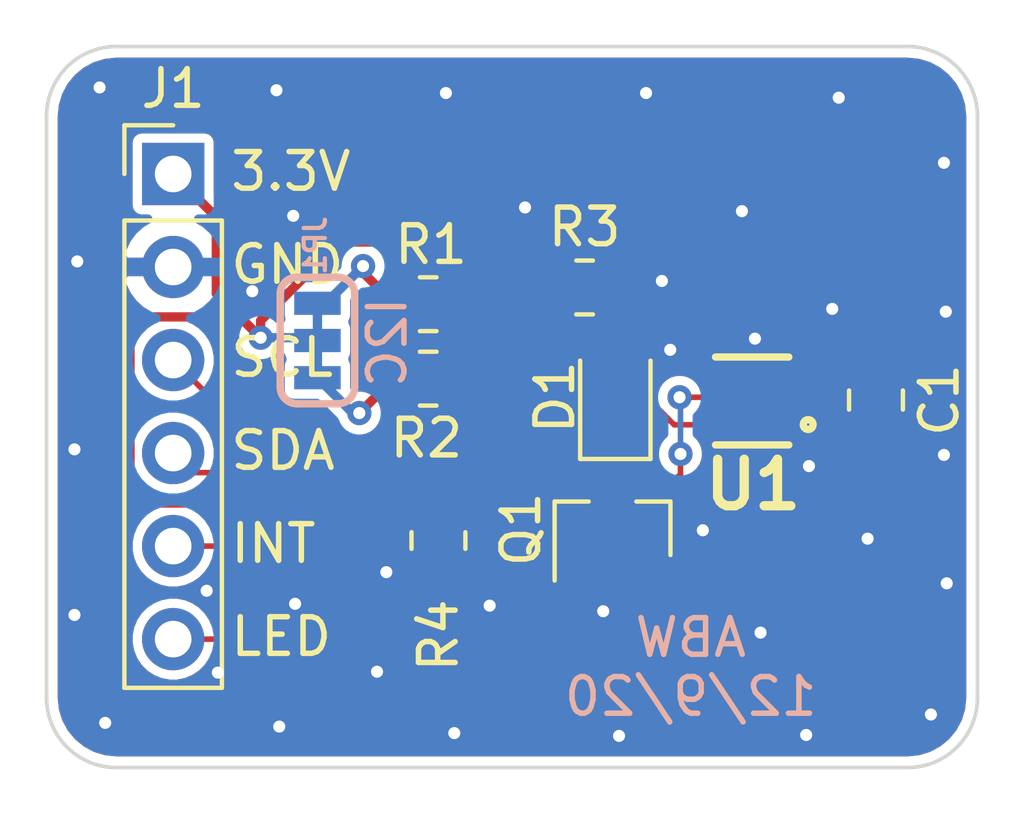
<source format=kicad_pcb>
(kicad_pcb (version 20171130) (host pcbnew "(5.1.8)-1")

  (general
    (thickness 1.6)
    (drawings 16)
    (tracks 116)
    (zones 0)
    (modules 10)
    (nets 12)
  )

  (page A4)
  (layers
    (0 F.Cu signal)
    (31 B.Cu signal)
    (32 B.Adhes user)
    (33 F.Adhes user)
    (34 B.Paste user)
    (35 F.Paste user)
    (36 B.SilkS user)
    (37 F.SilkS user)
    (38 B.Mask user)
    (39 F.Mask user)
    (40 Dwgs.User user)
    (41 Cmts.User user)
    (42 Eco1.User user)
    (43 Eco2.User user)
    (44 Edge.Cuts user)
    (45 Margin user)
    (46 B.CrtYd user)
    (47 F.CrtYd user)
    (48 B.Fab user hide)
    (49 F.Fab user hide)
  )

  (setup
    (last_trace_width 0.508)
    (user_trace_width 0.1524)
    (user_trace_width 0.1778)
    (user_trace_width 0.254)
    (user_trace_width 0.3048)
    (user_trace_width 0.381)
    (user_trace_width 0.508)
    (user_trace_width 0.635)
    (user_trace_width 0.889)
    (user_trace_width 1.016)
    (user_trace_width 1.27)
    (user_trace_width 1.905)
    (user_trace_width 2.54)
    (trace_clearance 0.2)
    (zone_clearance 0.254)
    (zone_45_only no)
    (trace_min 0.1)
    (via_size 0.8)
    (via_drill 0.4)
    (via_min_size 0.4)
    (via_min_drill 0.3)
    (user_via 0.6096 0.3048)
    (user_via 0.6604 0.3302)
    (user_via 0.889 0.381)
    (user_via 1.397 0.635)
    (uvia_size 0.3)
    (uvia_drill 0.1)
    (uvias_allowed no)
    (uvia_min_size 0.2)
    (uvia_min_drill 0.1)
    (edge_width 0.05)
    (segment_width 0.2)
    (pcb_text_width 0.3)
    (pcb_text_size 1.5 1.5)
    (mod_edge_width 0.12)
    (mod_text_size 1 1)
    (mod_text_width 0.15)
    (pad_size 1.524 1.524)
    (pad_drill 0.762)
    (pad_to_mask_clearance 0.051)
    (solder_mask_min_width 0.25)
    (aux_axis_origin 0 0)
    (visible_elements FFFFFF7F)
    (pcbplotparams
      (layerselection 0x010fc_ffffffff)
      (usegerberextensions false)
      (usegerberattributes true)
      (usegerberadvancedattributes true)
      (creategerberjobfile true)
      (excludeedgelayer true)
      (linewidth 0.100000)
      (plotframeref false)
      (viasonmask false)
      (mode 1)
      (useauxorigin false)
      (hpglpennumber 1)
      (hpglpenspeed 20)
      (hpglpendiameter 15.000000)
      (psnegative false)
      (psa4output false)
      (plotreference true)
      (plotvalue true)
      (plotinvisibletext false)
      (padsonsilk false)
      (subtractmaskfromsilk false)
      (outputformat 1)
      (mirror false)
      (drillshape 1)
      (scaleselection 1)
      (outputdirectory ""))
  )

  (net 0 "")
  (net 1 GND)
  (net 2 +3V3)
  (net 3 "Net-(D1-Pad1)")
  (net 4 /LED_EN)
  (net 5 /INT)
  (net 6 /SDA)
  (net 7 /SCL)
  (net 8 "Net-(JP1-Pad3)")
  (net 9 "Net-(JP1-Pad1)")
  (net 10 "Net-(U1-Pad4)")
  (net 11 "Net-(D1-Pad2)")

  (net_class Default "This is the default net class."
    (clearance 0.2)
    (trace_width 0.25)
    (via_dia 0.8)
    (via_drill 0.4)
    (uvia_dia 0.3)
    (uvia_drill 0.1)
    (add_net +3V3)
    (add_net /INT)
    (add_net /LED_EN)
    (add_net /SCL)
    (add_net /SDA)
    (add_net GND)
    (add_net "Net-(D1-Pad1)")
    (add_net "Net-(D1-Pad2)")
    (add_net "Net-(JP1-Pad1)")
    (add_net "Net-(JP1-Pad3)")
    (add_net "Net-(U1-Pad4)")
  )

  (module SamacSys_Parts:FN_1 (layer F.Cu) (tedit 0) (tstamp 5FD0E367)
    (at 120.8532 91.5924 180)
    (descr FN_1)
    (tags "Undefined or Miscellaneous")
    (path /5FD0DCDA)
    (attr smd)
    (fp_text reference U1 (at -0.0254 -2.286) (layer F.SilkS)
      (effects (font (size 1.27 1.27) (thickness 0.254)))
    )
    (fp_text value TCS34725FN (at -0.34 -1.744) (layer F.SilkS) hide
      (effects (font (size 1.27 1.27) (thickness 0.254)))
    )
    (fp_text user %R (at -0.34 -1.744) (layer F.Fab)
      (effects (font (size 1.27 1.27) (thickness 0.254)))
    )
    (fp_line (start -1 -1.2) (end 1 -1.2) (layer F.Fab) (width 0.2))
    (fp_line (start 1 -1.2) (end 1 1.2) (layer F.Fab) (width 0.2))
    (fp_line (start 1 1.2) (end -1 1.2) (layer F.Fab) (width 0.2))
    (fp_line (start -1 1.2) (end -1 -1.2) (layer F.Fab) (width 0.2))
    (fp_line (start -1 1.2) (end 1 1.2) (layer F.SilkS) (width 0.2))
    (fp_line (start 1 -1.2) (end -1 -1.2) (layer F.SilkS) (width 0.2))
    (fp_circle (center -1.528 -0.644) (end -1.528 -0.60977) (layer F.SilkS) (width 0.2))
    (pad 6 smd rect (at 0.75 -0.65 270) (size 0.4 1) (layers F.Cu F.Paste F.Mask)
      (net 6 /SDA))
    (pad 5 smd rect (at 0.75 0 270) (size 0.4 1) (layers F.Cu F.Paste F.Mask)
      (net 5 /INT))
    (pad 4 smd rect (at 0.75 0.65 270) (size 0.4 1) (layers F.Cu F.Paste F.Mask)
      (net 10 "Net-(U1-Pad4)"))
    (pad 3 smd rect (at -0.75 0.65 270) (size 0.4 1) (layers F.Cu F.Paste F.Mask)
      (net 1 GND))
    (pad 2 smd rect (at -0.75 0 270) (size 0.4 1) (layers F.Cu F.Paste F.Mask)
      (net 7 /SCL))
    (pad 1 smd rect (at -0.75 -0.65 270) (size 0.4 1) (layers F.Cu F.Paste F.Mask)
      (net 2 +3V3))
    (model ${KISYS3DMOD}/Package_TO_SOT_SMD.3dshapes/HVSOF6.step
      (at (xyz 0 0 0))
      (scale (xyz 0.7 1 1))
      (rotate (xyz 0 0 0))
    )
  )

  (module Resistor_SMD:R_0805_2012Metric (layer F.Cu) (tedit 5F68FEEE) (tstamp 5FD0E355)
    (at 112.2934 95.4024 270)
    (descr "Resistor SMD 0805 (2012 Metric), square (rectangular) end terminal, IPC_7351 nominal, (Body size source: IPC-SM-782 page 72, https://www.pcb-3d.com/wordpress/wp-content/uploads/ipc-sm-782a_amendment_1_and_2.pdf), generated with kicad-footprint-generator")
    (tags resistor)
    (path /5FD17897)
    (attr smd)
    (fp_text reference R4 (at 2.5908 0 90) (layer F.SilkS)
      (effects (font (size 1 1) (thickness 0.15)))
    )
    (fp_text value 10k (at 0 1.65 90) (layer F.Fab)
      (effects (font (size 1 1) (thickness 0.15)))
    )
    (fp_text user %R (at 0 0 90) (layer F.Fab)
      (effects (font (size 0.5 0.5) (thickness 0.08)))
    )
    (fp_line (start -1 0.625) (end -1 -0.625) (layer F.Fab) (width 0.1))
    (fp_line (start -1 -0.625) (end 1 -0.625) (layer F.Fab) (width 0.1))
    (fp_line (start 1 -0.625) (end 1 0.625) (layer F.Fab) (width 0.1))
    (fp_line (start 1 0.625) (end -1 0.625) (layer F.Fab) (width 0.1))
    (fp_line (start -0.227064 -0.735) (end 0.227064 -0.735) (layer F.SilkS) (width 0.12))
    (fp_line (start -0.227064 0.735) (end 0.227064 0.735) (layer F.SilkS) (width 0.12))
    (fp_line (start -1.68 0.95) (end -1.68 -0.95) (layer F.CrtYd) (width 0.05))
    (fp_line (start -1.68 -0.95) (end 1.68 -0.95) (layer F.CrtYd) (width 0.05))
    (fp_line (start 1.68 -0.95) (end 1.68 0.95) (layer F.CrtYd) (width 0.05))
    (fp_line (start 1.68 0.95) (end -1.68 0.95) (layer F.CrtYd) (width 0.05))
    (pad 2 smd roundrect (at 0.9125 0 270) (size 1.025 1.4) (layers F.Cu F.Paste F.Mask) (roundrect_rratio 0.243902)
      (net 4 /LED_EN))
    (pad 1 smd roundrect (at -0.9125 0 270) (size 1.025 1.4) (layers F.Cu F.Paste F.Mask) (roundrect_rratio 0.243902)
      (net 2 +3V3))
    (model ${KISYS3DMOD}/Resistor_SMD.3dshapes/R_0805_2012Metric.wrl
      (at (xyz 0 0 0))
      (scale (xyz 1 1 1))
      (rotate (xyz 0 0 0))
    )
  )

  (module Resistor_SMD:R_0805_2012Metric (layer F.Cu) (tedit 5F68FEEE) (tstamp 5FD0E344)
    (at 116.2812 88.4936)
    (descr "Resistor SMD 0805 (2012 Metric), square (rectangular) end terminal, IPC_7351 nominal, (Body size source: IPC-SM-782 page 72, https://www.pcb-3d.com/wordpress/wp-content/uploads/ipc-sm-782a_amendment_1_and_2.pdf), generated with kicad-footprint-generator")
    (tags resistor)
    (path /5FD16FD3)
    (attr smd)
    (fp_text reference R3 (at 0 -1.65) (layer F.SilkS)
      (effects (font (size 1 1) (thickness 0.15)))
    )
    (fp_text value 68 (at 0 1.65) (layer F.Fab)
      (effects (font (size 1 1) (thickness 0.15)))
    )
    (fp_text user %R (at 0 0) (layer F.Fab)
      (effects (font (size 0.5 0.5) (thickness 0.08)))
    )
    (fp_line (start -1 0.625) (end -1 -0.625) (layer F.Fab) (width 0.1))
    (fp_line (start -1 -0.625) (end 1 -0.625) (layer F.Fab) (width 0.1))
    (fp_line (start 1 -0.625) (end 1 0.625) (layer F.Fab) (width 0.1))
    (fp_line (start 1 0.625) (end -1 0.625) (layer F.Fab) (width 0.1))
    (fp_line (start -0.227064 -0.735) (end 0.227064 -0.735) (layer F.SilkS) (width 0.12))
    (fp_line (start -0.227064 0.735) (end 0.227064 0.735) (layer F.SilkS) (width 0.12))
    (fp_line (start -1.68 0.95) (end -1.68 -0.95) (layer F.CrtYd) (width 0.05))
    (fp_line (start -1.68 -0.95) (end 1.68 -0.95) (layer F.CrtYd) (width 0.05))
    (fp_line (start 1.68 -0.95) (end 1.68 0.95) (layer F.CrtYd) (width 0.05))
    (fp_line (start 1.68 0.95) (end -1.68 0.95) (layer F.CrtYd) (width 0.05))
    (pad 2 smd roundrect (at 0.9125 0) (size 1.025 1.4) (layers F.Cu F.Paste F.Mask) (roundrect_rratio 0.243902)
      (net 11 "Net-(D1-Pad2)"))
    (pad 1 smd roundrect (at -0.9125 0) (size 1.025 1.4) (layers F.Cu F.Paste F.Mask) (roundrect_rratio 0.243902)
      (net 2 +3V3))
    (model ${KISYS3DMOD}/Resistor_SMD.3dshapes/R_0805_2012Metric.wrl
      (at (xyz 0 0 0))
      (scale (xyz 1 1 1))
      (rotate (xyz 0 0 0))
    )
  )

  (module Resistor_SMD:R_0805_2012Metric (layer F.Cu) (tedit 5F68FEEE) (tstamp 5FD0E333)
    (at 112.014 90.9828)
    (descr "Resistor SMD 0805 (2012 Metric), square (rectangular) end terminal, IPC_7351 nominal, (Body size source: IPC-SM-782 page 72, https://www.pcb-3d.com/wordpress/wp-content/uploads/ipc-sm-782a_amendment_1_and_2.pdf), generated with kicad-footprint-generator")
    (tags resistor)
    (path /5FD1DF54)
    (attr smd)
    (fp_text reference R2 (at -0.0508 1.6256) (layer F.SilkS)
      (effects (font (size 1 1) (thickness 0.15)))
    )
    (fp_text value 2.2k (at 0 1.65) (layer F.Fab)
      (effects (font (size 1 1) (thickness 0.15)))
    )
    (fp_text user %R (at 0 0) (layer F.Fab)
      (effects (font (size 0.5 0.5) (thickness 0.08)))
    )
    (fp_line (start -1 0.625) (end -1 -0.625) (layer F.Fab) (width 0.1))
    (fp_line (start -1 -0.625) (end 1 -0.625) (layer F.Fab) (width 0.1))
    (fp_line (start 1 -0.625) (end 1 0.625) (layer F.Fab) (width 0.1))
    (fp_line (start 1 0.625) (end -1 0.625) (layer F.Fab) (width 0.1))
    (fp_line (start -0.227064 -0.735) (end 0.227064 -0.735) (layer F.SilkS) (width 0.12))
    (fp_line (start -0.227064 0.735) (end 0.227064 0.735) (layer F.SilkS) (width 0.12))
    (fp_line (start -1.68 0.95) (end -1.68 -0.95) (layer F.CrtYd) (width 0.05))
    (fp_line (start -1.68 -0.95) (end 1.68 -0.95) (layer F.CrtYd) (width 0.05))
    (fp_line (start 1.68 -0.95) (end 1.68 0.95) (layer F.CrtYd) (width 0.05))
    (fp_line (start 1.68 0.95) (end -1.68 0.95) (layer F.CrtYd) (width 0.05))
    (pad 2 smd roundrect (at 0.9125 0) (size 1.025 1.4) (layers F.Cu F.Paste F.Mask) (roundrect_rratio 0.243902)
      (net 6 /SDA))
    (pad 1 smd roundrect (at -0.9125 0) (size 1.025 1.4) (layers F.Cu F.Paste F.Mask) (roundrect_rratio 0.243902)
      (net 9 "Net-(JP1-Pad1)"))
    (model ${KISYS3DMOD}/Resistor_SMD.3dshapes/R_0805_2012Metric.wrl
      (at (xyz 0 0 0))
      (scale (xyz 1 1 1))
      (rotate (xyz 0 0 0))
    )
  )

  (module Resistor_SMD:R_0805_2012Metric (layer F.Cu) (tedit 5F68FEEE) (tstamp 5FD0E322)
    (at 112.014 88.9508)
    (descr "Resistor SMD 0805 (2012 Metric), square (rectangular) end terminal, IPC_7351 nominal, (Body size source: IPC-SM-782 page 72, https://www.pcb-3d.com/wordpress/wp-content/uploads/ipc-sm-782a_amendment_1_and_2.pdf), generated with kicad-footprint-generator")
    (tags resistor)
    (path /5FD12E71)
    (attr smd)
    (fp_text reference R1 (at 0.0762 -1.6256) (layer F.SilkS)
      (effects (font (size 1 1) (thickness 0.15)))
    )
    (fp_text value 2.2k (at 0 1.65) (layer F.Fab)
      (effects (font (size 1 1) (thickness 0.15)))
    )
    (fp_text user %R (at 0 0) (layer F.Fab)
      (effects (font (size 0.5 0.5) (thickness 0.08)))
    )
    (fp_line (start -1 0.625) (end -1 -0.625) (layer F.Fab) (width 0.1))
    (fp_line (start -1 -0.625) (end 1 -0.625) (layer F.Fab) (width 0.1))
    (fp_line (start 1 -0.625) (end 1 0.625) (layer F.Fab) (width 0.1))
    (fp_line (start 1 0.625) (end -1 0.625) (layer F.Fab) (width 0.1))
    (fp_line (start -0.227064 -0.735) (end 0.227064 -0.735) (layer F.SilkS) (width 0.12))
    (fp_line (start -0.227064 0.735) (end 0.227064 0.735) (layer F.SilkS) (width 0.12))
    (fp_line (start -1.68 0.95) (end -1.68 -0.95) (layer F.CrtYd) (width 0.05))
    (fp_line (start -1.68 -0.95) (end 1.68 -0.95) (layer F.CrtYd) (width 0.05))
    (fp_line (start 1.68 -0.95) (end 1.68 0.95) (layer F.CrtYd) (width 0.05))
    (fp_line (start 1.68 0.95) (end -1.68 0.95) (layer F.CrtYd) (width 0.05))
    (pad 2 smd roundrect (at 0.9125 0) (size 1.025 1.4) (layers F.Cu F.Paste F.Mask) (roundrect_rratio 0.243902)
      (net 7 /SCL))
    (pad 1 smd roundrect (at -0.9125 0) (size 1.025 1.4) (layers F.Cu F.Paste F.Mask) (roundrect_rratio 0.243902)
      (net 8 "Net-(JP1-Pad3)"))
    (model ${KISYS3DMOD}/Resistor_SMD.3dshapes/R_0805_2012Metric.wrl
      (at (xyz 0 0 0))
      (scale (xyz 1 1 1))
      (rotate (xyz 0 0 0))
    )
  )

  (module Package_TO_SOT_SMD:SOT-23 (layer F.Cu) (tedit 5A02FF57) (tstamp 5FD0E311)
    (at 117.0432 95.0976 90)
    (descr "SOT-23, Standard")
    (tags SOT-23)
    (path /5FD0E8BB)
    (attr smd)
    (fp_text reference Q1 (at 0 -2.5 90) (layer F.SilkS)
      (effects (font (size 1 1) (thickness 0.15)))
    )
    (fp_text value BSS138 (at 0 2.5 90) (layer F.Fab)
      (effects (font (size 1 1) (thickness 0.15)))
    )
    (fp_text user %R (at 0 0) (layer F.Fab)
      (effects (font (size 0.5 0.5) (thickness 0.075)))
    )
    (fp_line (start -0.7 -0.95) (end -0.7 1.5) (layer F.Fab) (width 0.1))
    (fp_line (start -0.15 -1.52) (end 0.7 -1.52) (layer F.Fab) (width 0.1))
    (fp_line (start -0.7 -0.95) (end -0.15 -1.52) (layer F.Fab) (width 0.1))
    (fp_line (start 0.7 -1.52) (end 0.7 1.52) (layer F.Fab) (width 0.1))
    (fp_line (start -0.7 1.52) (end 0.7 1.52) (layer F.Fab) (width 0.1))
    (fp_line (start 0.76 1.58) (end 0.76 0.65) (layer F.SilkS) (width 0.12))
    (fp_line (start 0.76 -1.58) (end 0.76 -0.65) (layer F.SilkS) (width 0.12))
    (fp_line (start -1.7 -1.75) (end 1.7 -1.75) (layer F.CrtYd) (width 0.05))
    (fp_line (start 1.7 -1.75) (end 1.7 1.75) (layer F.CrtYd) (width 0.05))
    (fp_line (start 1.7 1.75) (end -1.7 1.75) (layer F.CrtYd) (width 0.05))
    (fp_line (start -1.7 1.75) (end -1.7 -1.75) (layer F.CrtYd) (width 0.05))
    (fp_line (start 0.76 -1.58) (end -1.4 -1.58) (layer F.SilkS) (width 0.12))
    (fp_line (start 0.76 1.58) (end -0.7 1.58) (layer F.SilkS) (width 0.12))
    (pad 3 smd rect (at 1 0 90) (size 0.9 0.8) (layers F.Cu F.Paste F.Mask)
      (net 3 "Net-(D1-Pad1)"))
    (pad 2 smd rect (at -1 0.95 90) (size 0.9 0.8) (layers F.Cu F.Paste F.Mask)
      (net 1 GND))
    (pad 1 smd rect (at -1 -0.95 90) (size 0.9 0.8) (layers F.Cu F.Paste F.Mask)
      (net 4 /LED_EN))
    (model ${KISYS3DMOD}/Package_TO_SOT_SMD.3dshapes/SOT-23.wrl
      (at (xyz 0 0 0))
      (scale (xyz 1 1 1))
      (rotate (xyz 0 0 0))
    )
  )

  (module Jumper:SMT-JUMPER_3_2-NC_TRACE_SILK (layer B.Cu) (tedit 0) (tstamp 5FD0E2FC)
    (at 108.9914 89.9414 90)
    (path /5FD20117)
    (fp_text reference JP1 (at 2.5908 0.2794 270) (layer B.SilkS)
      (effects (font (size 0.57912 0.57912) (thickness 0.115824)) (justify bottom mirror))
    )
    (fp_text value I2C (at 0 -1.143 270) (layer B.Fab)
      (effects (font (size 0.57912 0.57912) (thickness 0.115824)) (justify top mirror))
    )
    (fp_arc (start 1.27 -0.5588) (end 1.27 -1.016) (angle 90) (layer B.SilkS) (width 0.2032))
    (fp_arc (start -1.27 -0.5588) (end -1.7272 -0.5588) (angle 90) (layer B.SilkS) (width 0.2032))
    (fp_arc (start -1.27 0.5588) (end -1.7272 0.5588) (angle -90) (layer B.SilkS) (width 0.2032))
    (fp_arc (start 1.27 0.5588) (end 1.27 1.016) (angle -90) (layer B.SilkS) (width 0.2032))
    (fp_line (start 1.27 -1.016) (end -1.27 -1.016) (layer B.SilkS) (width 0.2032))
    (fp_line (start 1.7272 -0.5588) (end 1.7272 0.5588) (layer B.SilkS) (width 0.2032))
    (fp_line (start -1.7272 -0.5588) (end -1.7272 0.5588) (layer B.SilkS) (width 0.2032))
    (fp_line (start -1.27 1.016) (end 1.27 1.016) (layer B.SilkS) (width 0.2032))
    (fp_poly (pts (xy -0.6985 0.127) (xy 0.6985 0.127) (xy 0.6985 -0.127) (xy -0.6985 -0.127)) (layer B.Mask) (width 0))
    (fp_poly (pts (xy 0.3048 -0.127) (xy 0.7112 -0.127) (xy 0.7112 0.127) (xy 0.3048 0.127)) (layer B.Cu) (width 0))
    (fp_poly (pts (xy -0.7112 -0.127) (xy -0.3048 -0.127) (xy -0.3048 0.127) (xy -0.7112 0.127)) (layer B.Cu) (width 0))
    (pad 3 smd rect (at 1.016 0 90) (size 0.635 1.27) (layers B.Cu B.Mask)
      (net 8 "Net-(JP1-Pad3)") (solder_mask_margin 0.1016))
    (pad 2 smd rect (at 0 0 90) (size 0.635 1.27) (layers B.Cu B.Mask)
      (net 2 +3V3) (solder_mask_margin 0.1016))
    (pad 1 smd rect (at -1.016 0 90) (size 0.635 1.27) (layers B.Cu B.Mask)
      (net 9 "Net-(JP1-Pad1)") (solder_mask_margin 0.1016))
  )

  (module Connector_PinHeader_2.54mm:PinHeader_1x06_P2.54mm_Vertical (layer F.Cu) (tedit 59FED5CC) (tstamp 5FD0E2EA)
    (at 105.0544 85.3948)
    (descr "Through hole straight pin header, 1x06, 2.54mm pitch, single row")
    (tags "Through hole pin header THT 1x06 2.54mm single row")
    (path /5FD2646E)
    (fp_text reference J1 (at 0 -2.33) (layer F.SilkS)
      (effects (font (size 1 1) (thickness 0.15)))
    )
    (fp_text value Conn_01x06 (at 0 15.03) (layer F.Fab)
      (effects (font (size 1 1) (thickness 0.15)))
    )
    (fp_text user %R (at 0 6.35 90) (layer F.Fab)
      (effects (font (size 1 1) (thickness 0.15)))
    )
    (fp_line (start -0.635 -1.27) (end 1.27 -1.27) (layer F.Fab) (width 0.1))
    (fp_line (start 1.27 -1.27) (end 1.27 13.97) (layer F.Fab) (width 0.1))
    (fp_line (start 1.27 13.97) (end -1.27 13.97) (layer F.Fab) (width 0.1))
    (fp_line (start -1.27 13.97) (end -1.27 -0.635) (layer F.Fab) (width 0.1))
    (fp_line (start -1.27 -0.635) (end -0.635 -1.27) (layer F.Fab) (width 0.1))
    (fp_line (start -1.33 14.03) (end 1.33 14.03) (layer F.SilkS) (width 0.12))
    (fp_line (start -1.33 1.27) (end -1.33 14.03) (layer F.SilkS) (width 0.12))
    (fp_line (start 1.33 1.27) (end 1.33 14.03) (layer F.SilkS) (width 0.12))
    (fp_line (start -1.33 1.27) (end 1.33 1.27) (layer F.SilkS) (width 0.12))
    (fp_line (start -1.33 0) (end -1.33 -1.33) (layer F.SilkS) (width 0.12))
    (fp_line (start -1.33 -1.33) (end 0 -1.33) (layer F.SilkS) (width 0.12))
    (fp_line (start -1.8 -1.8) (end -1.8 14.5) (layer F.CrtYd) (width 0.05))
    (fp_line (start -1.8 14.5) (end 1.8 14.5) (layer F.CrtYd) (width 0.05))
    (fp_line (start 1.8 14.5) (end 1.8 -1.8) (layer F.CrtYd) (width 0.05))
    (fp_line (start 1.8 -1.8) (end -1.8 -1.8) (layer F.CrtYd) (width 0.05))
    (pad 6 thru_hole oval (at 0 12.7) (size 1.7 1.7) (drill 1) (layers *.Cu *.Mask)
      (net 4 /LED_EN))
    (pad 5 thru_hole oval (at 0 10.16) (size 1.7 1.7) (drill 1) (layers *.Cu *.Mask)
      (net 5 /INT))
    (pad 4 thru_hole oval (at 0 7.62) (size 1.7 1.7) (drill 1) (layers *.Cu *.Mask)
      (net 6 /SDA))
    (pad 3 thru_hole oval (at 0 5.08) (size 1.7 1.7) (drill 1) (layers *.Cu *.Mask)
      (net 7 /SCL))
    (pad 2 thru_hole oval (at 0 2.54) (size 1.7 1.7) (drill 1) (layers *.Cu *.Mask)
      (net 1 GND))
    (pad 1 thru_hole rect (at 0 0) (size 1.7 1.7) (drill 1) (layers *.Cu *.Mask)
      (net 2 +3V3))
    (model ${KISYS3DMOD}/Connector_PinHeader_2.54mm.3dshapes/PinHeader_1x06_P2.54mm_Vertical.wrl
      (offset (xyz 0 0 -1.5))
      (scale (xyz 1 1 1))
      (rotate (xyz 0 180 0))
    )
  )

  (module LED_SMD:LED_0805_2012Metric (layer F.Cu) (tedit 5F68FEF1) (tstamp 5FD0E2D0)
    (at 117.1194 91.4908 90)
    (descr "LED SMD 0805 (2012 Metric), square (rectangular) end terminal, IPC_7351 nominal, (Body size source: https://docs.google.com/spreadsheets/d/1BsfQQcO9C6DZCsRaXUlFlo91Tg2WpOkGARC1WS5S8t0/edit?usp=sharing), generated with kicad-footprint-generator")
    (tags LED)
    (path /5FD0E3BC)
    (attr smd)
    (fp_text reference D1 (at 0 -1.65 90) (layer F.SilkS)
      (effects (font (size 1 1) (thickness 0.15)))
    )
    (fp_text value 45-21/LK2C-B38452C4CB2/2T (at 0 1.65 90) (layer F.Fab)
      (effects (font (size 1 1) (thickness 0.15)))
    )
    (fp_text user %R (at 0 0 90) (layer F.Fab)
      (effects (font (size 0.5 0.5) (thickness 0.08)))
    )
    (fp_line (start 1 -0.6) (end -0.7 -0.6) (layer F.Fab) (width 0.1))
    (fp_line (start -0.7 -0.6) (end -1 -0.3) (layer F.Fab) (width 0.1))
    (fp_line (start -1 -0.3) (end -1 0.6) (layer F.Fab) (width 0.1))
    (fp_line (start -1 0.6) (end 1 0.6) (layer F.Fab) (width 0.1))
    (fp_line (start 1 0.6) (end 1 -0.6) (layer F.Fab) (width 0.1))
    (fp_line (start 1 -0.96) (end -1.685 -0.96) (layer F.SilkS) (width 0.12))
    (fp_line (start -1.685 -0.96) (end -1.685 0.96) (layer F.SilkS) (width 0.12))
    (fp_line (start -1.685 0.96) (end 1 0.96) (layer F.SilkS) (width 0.12))
    (fp_line (start -1.68 0.95) (end -1.68 -0.95) (layer F.CrtYd) (width 0.05))
    (fp_line (start -1.68 -0.95) (end 1.68 -0.95) (layer F.CrtYd) (width 0.05))
    (fp_line (start 1.68 -0.95) (end 1.68 0.95) (layer F.CrtYd) (width 0.05))
    (fp_line (start 1.68 0.95) (end -1.68 0.95) (layer F.CrtYd) (width 0.05))
    (pad 2 smd roundrect (at 0.9375 0 90) (size 0.975 1.4) (layers F.Cu F.Paste F.Mask) (roundrect_rratio 0.25)
      (net 11 "Net-(D1-Pad2)"))
    (pad 1 smd roundrect (at -0.9375 0 90) (size 0.975 1.4) (layers F.Cu F.Paste F.Mask) (roundrect_rratio 0.25)
      (net 3 "Net-(D1-Pad1)"))
    (model ${KISYS3DMOD}/LED_SMD.3dshapes/LED_0805_2012Metric.wrl
      (at (xyz 0 0 0))
      (scale (xyz 1 1 1))
      (rotate (xyz 0 0 0))
    )
  )

  (module Capacitor_SMD:C_0805_2012Metric (layer F.Cu) (tedit 5F68FEEE) (tstamp 5FD0E2BD)
    (at 124.2314 91.567 90)
    (descr "Capacitor SMD 0805 (2012 Metric), square (rectangular) end terminal, IPC_7351 nominal, (Body size source: IPC-SM-782 page 76, https://www.pcb-3d.com/wordpress/wp-content/uploads/ipc-sm-782a_amendment_1_and_2.pdf, https://docs.google.com/spreadsheets/d/1BsfQQcO9C6DZCsRaXUlFlo91Tg2WpOkGARC1WS5S8t0/edit?usp=sharing), generated with kicad-footprint-generator")
    (tags capacitor)
    (path /5FD1A2BB)
    (attr smd)
    (fp_text reference C1 (at 0 1.7272 90) (layer F.SilkS)
      (effects (font (size 1 1) (thickness 0.15)))
    )
    (fp_text value 0.1uF (at 0 1.68 90) (layer F.Fab)
      (effects (font (size 1 1) (thickness 0.15)))
    )
    (fp_text user %R (at 0 0 90) (layer F.Fab)
      (effects (font (size 0.5 0.5) (thickness 0.08)))
    )
    (fp_line (start -1 0.625) (end -1 -0.625) (layer F.Fab) (width 0.1))
    (fp_line (start -1 -0.625) (end 1 -0.625) (layer F.Fab) (width 0.1))
    (fp_line (start 1 -0.625) (end 1 0.625) (layer F.Fab) (width 0.1))
    (fp_line (start 1 0.625) (end -1 0.625) (layer F.Fab) (width 0.1))
    (fp_line (start -0.261252 -0.735) (end 0.261252 -0.735) (layer F.SilkS) (width 0.12))
    (fp_line (start -0.261252 0.735) (end 0.261252 0.735) (layer F.SilkS) (width 0.12))
    (fp_line (start -1.7 0.98) (end -1.7 -0.98) (layer F.CrtYd) (width 0.05))
    (fp_line (start -1.7 -0.98) (end 1.7 -0.98) (layer F.CrtYd) (width 0.05))
    (fp_line (start 1.7 -0.98) (end 1.7 0.98) (layer F.CrtYd) (width 0.05))
    (fp_line (start 1.7 0.98) (end -1.7 0.98) (layer F.CrtYd) (width 0.05))
    (pad 2 smd roundrect (at 0.95 0 90) (size 1 1.45) (layers F.Cu F.Paste F.Mask) (roundrect_rratio 0.25)
      (net 1 GND))
    (pad 1 smd roundrect (at -0.95 0 90) (size 1 1.45) (layers F.Cu F.Paste F.Mask) (roundrect_rratio 0.25)
      (net 2 +3V3))
    (model ${KISYS3DMOD}/Capacitor_SMD.3dshapes/C_0805_2012Metric.wrl
      (at (xyz 0 0 0))
      (scale (xyz 1 1 1))
      (rotate (xyz 0 0 0))
    )
  )

  (gr_text "ABW\n12/9/20" (at 119.1768 98.8568) (layer B.SilkS)
    (effects (font (size 1 1) (thickness 0.15)) (justify mirror))
  )
  (gr_text I2C (at 110.8964 89.9922 90) (layer B.SilkS)
    (effects (font (size 1 1) (thickness 0.15)) (justify mirror))
  )
  (gr_text LED (at 108.003981 98.0273) (layer F.SilkS)
    (effects (font (size 1 1) (thickness 0.15)))
  )
  (gr_text INT (at 107.789695 95.4873) (layer F.SilkS)
    (effects (font (size 1 1) (thickness 0.15)))
  )
  (gr_text SDA (at 108.0516 92.9473) (layer F.SilkS)
    (effects (font (size 1 1) (thickness 0.15)))
  )
  (gr_text SCL (at 108.02779 90.4073) (layer F.SilkS)
    (effects (font (size 1 1) (thickness 0.15)))
  )
  (gr_text GND (at 108.170647 87.8673) (layer F.SilkS)
    (effects (font (size 1 1) (thickness 0.15)))
  )
  (gr_text 3.3V (at 108.265885 85.3273) (layer F.SilkS)
    (effects (font (size 1 1) (thickness 0.15)))
  )
  (gr_arc (start 103.505 99.695) (end 101.6 99.695) (angle -90) (layer Edge.Cuts) (width 0.1) (tstamp 5FD0EF6B))
  (gr_arc (start 125.095 99.695) (end 125.095 101.6) (angle -90) (layer Edge.Cuts) (width 0.1) (tstamp 5FD0EF6B))
  (gr_arc (start 125.095 83.82) (end 127 83.82) (angle -90) (layer Edge.Cuts) (width 0.1) (tstamp 5FD0EF6B))
  (gr_arc (start 103.505 83.82) (end 103.505 81.915) (angle -90) (layer Edge.Cuts) (width 0.1))
  (gr_line (start 127 83.82) (end 127 99.695) (layer Edge.Cuts) (width 0.1))
  (gr_line (start 103.505 81.915) (end 125.095 81.915) (layer Edge.Cuts) (width 0.1))
  (gr_line (start 101.6 99.695) (end 101.6 83.82) (layer Edge.Cuts) (width 0.1))
  (gr_line (start 125.095 101.6) (end 103.505 101.6) (layer Edge.Cuts) (width 0.1))

  (via (at 120.9294 89.8906) (size 0.6604) (drill 0.3302) (layers F.Cu B.Cu) (net 1))
  (segment (start 121.6032 90.5644) (end 121.6032 90.938399) (width 0.508) (layer F.Cu) (net 1))
  (segment (start 120.9294 89.8906) (end 121.6032 90.5644) (width 0.508) (layer F.Cu) (net 1))
  (via (at 118.3894 88.3158) (size 0.6604) (drill 0.3302) (layers F.Cu B.Cu) (net 1))
  (via (at 118.618 90.1954) (size 0.6604) (drill 0.3302) (layers F.Cu B.Cu) (net 1))
  (via (at 103.0478 83.0326) (size 0.6604) (drill 0.3302) (layers F.Cu B.Cu) (net 1))
  (via (at 107.8738 83.1088) (size 0.6604) (drill 0.3302) (layers F.Cu B.Cu) (net 1))
  (via (at 112.4966 83.185) (size 0.6604) (drill 0.3302) (layers F.Cu B.Cu) (net 1))
  (via (at 117.9576 83.185) (size 0.6604) (drill 0.3302) (layers F.Cu B.Cu) (net 1))
  (via (at 123.2154 83.312) (size 0.6604) (drill 0.3302) (layers F.Cu B.Cu) (net 1))
  (via (at 108.331 86.5378) (size 0.6604) (drill 0.3302) (layers F.Cu B.Cu) (net 1))
  (via (at 114.6556 86.3092) (size 0.6604) (drill 0.3302) (layers F.Cu B.Cu) (net 1))
  (via (at 120.5738 86.4108) (size 0.6604) (drill 0.3302) (layers F.Cu B.Cu) (net 1))
  (via (at 123.0376 89.0778) (size 0.6604) (drill 0.3302) (layers F.Cu B.Cu) (net 1))
  (via (at 126.1364 89.154) (size 0.6604) (drill 0.3302) (layers F.Cu B.Cu) (net 1))
  (via (at 126.0856 85.09) (size 0.6604) (drill 0.3302) (layers F.Cu B.Cu) (net 1))
  (via (at 126.0856 93.0656) (size 0.6604) (drill 0.3302) (layers F.Cu B.Cu) (net 1))
  (via (at 126.1618 96.5708) (size 0.6604) (drill 0.3302) (layers F.Cu B.Cu) (net 1))
  (via (at 125.73 100.1522) (size 0.6604) (drill 0.3302) (layers F.Cu B.Cu) (net 1))
  (via (at 122.3264 100.711) (size 0.6604) (drill 0.3302) (layers F.Cu B.Cu) (net 1))
  (via (at 117.221 100.7364) (size 0.6604) (drill 0.3302) (layers F.Cu B.Cu) (net 1))
  (via (at 112.7252 100.6602) (size 0.6604) (drill 0.3302) (layers F.Cu B.Cu) (net 1))
  (via (at 107.95 100.4824) (size 0.6604) (drill 0.3302) (layers F.Cu B.Cu) (net 1))
  (via (at 103.2002 100.3808) (size 0.6604) (drill 0.3302) (layers F.Cu B.Cu) (net 1))
  (via (at 102.362 97.4344) (size 0.6604) (drill 0.3302) (layers F.Cu B.Cu) (net 1))
  (via (at 102.362 92.9132) (size 0.6604) (drill 0.3302) (layers F.Cu B.Cu) (net 1))
  (via (at 102.4382 87.7824) (size 0.6604) (drill 0.3302) (layers F.Cu B.Cu) (net 1))
  (via (at 107.2134 88.5952) (size 0.6604) (drill 0.3302) (layers F.Cu B.Cu) (net 1))
  (via (at 105.9688 96.774) (size 0.6604) (drill 0.3302) (layers F.Cu B.Cu) (net 1))
  (via (at 110.871 96.266) (size 0.6604) (drill 0.3302) (layers F.Cu B.Cu) (net 1))
  (via (at 108.3818 97.1296) (size 0.6604) (drill 0.3302) (layers F.Cu B.Cu) (net 1))
  (via (at 110.617 98.9838) (size 0.6604) (drill 0.3302) (layers F.Cu B.Cu) (net 1))
  (via (at 106.2736 99.0092) (size 0.6604) (drill 0.3302) (layers F.Cu B.Cu) (net 1))
  (via (at 113.6904 97.1804) (size 0.6604) (drill 0.3302) (layers F.Cu B.Cu) (net 1))
  (via (at 116.7892 97.3328) (size 0.6604) (drill 0.3302) (layers F.Cu B.Cu) (net 1))
  (via (at 119.507 95.123) (size 0.6604) (drill 0.3302) (layers F.Cu B.Cu) (net 1))
  (via (at 122.4026 93.3704) (size 0.6604) (drill 0.3302) (layers F.Cu B.Cu) (net 1))
  (via (at 124.0028 95.3516) (size 0.6604) (drill 0.3302) (layers F.Cu B.Cu) (net 1))
  (via (at 121.0818 97.917) (size 0.6604) (drill 0.3302) (layers F.Cu B.Cu) (net 1))
  (via (at 107.442 89.8652) (size 0.6604) (drill 0.3302) (layers F.Cu B.Cu) (net 2))
  (segment (start 106.231401 88.654601) (end 107.442 89.8652) (width 0.254) (layer F.Cu) (net 2))
  (segment (start 106.231401 86.571801) (end 106.231401 88.654601) (width 0.254) (layer F.Cu) (net 2))
  (segment (start 105.0544 85.3948) (end 106.231401 86.571801) (width 0.254) (layer F.Cu) (net 2))
  (segment (start 108.9152 89.8652) (end 108.9914 89.9414) (width 0.254) (layer B.Cu) (net 2))
  (segment (start 107.442 89.8652) (end 108.9152 89.8652) (width 0.254) (layer B.Cu) (net 2))
  (segment (start 114.127299 87.252199) (end 115.3687 88.4936) (width 0.254) (layer F.Cu) (net 2))
  (segment (start 109.588028 87.252199) (end 114.127299 87.252199) (width 0.254) (layer F.Cu) (net 2))
  (segment (start 107.442 89.398227) (end 109.588028 87.252199) (width 0.254) (layer F.Cu) (net 2))
  (segment (start 107.442 89.8652) (end 107.442 89.398227) (width 0.254) (layer F.Cu) (net 2))
  (segment (start 121.8778 92.517) (end 121.6032 92.2424) (width 0.254) (layer F.Cu) (net 2))
  (segment (start 124.2314 92.517) (end 121.8778 92.517) (width 0.254) (layer F.Cu) (net 2))
  (segment (start 122.782611 90.354424) (end 119.473987 87.0458) (width 0.254) (layer F.Cu) (net 2))
  (segment (start 122.782611 91.068211) (end 122.782611 90.354424) (width 0.254) (layer F.Cu) (net 2))
  (segment (start 124.2314 92.517) (end 122.782611 91.068211) (width 0.254) (layer F.Cu) (net 2))
  (segment (start 115.3687 87.7936) (end 115.3687 88.4936) (width 0.254) (layer F.Cu) (net 2))
  (segment (start 116.1165 87.0458) (end 115.3687 87.7936) (width 0.254) (layer F.Cu) (net 2))
  (segment (start 119.473987 87.0458) (end 116.1165 87.0458) (width 0.254) (layer F.Cu) (net 2))
  (segment (start 112.181299 94.377799) (end 112.2934 94.4899) (width 0.254) (layer F.Cu) (net 2))
  (segment (start 104.489439 94.377799) (end 112.181299 94.377799) (width 0.254) (layer F.Cu) (net 2))
  (segment (start 103.877399 93.765759) (end 104.489439 94.377799) (width 0.254) (layer F.Cu) (net 2))
  (segment (start 103.877399 89.909839) (end 103.877399 93.765759) (width 0.254) (layer F.Cu) (net 2))
  (segment (start 104.489439 89.297799) (end 103.877399 89.909839) (width 0.254) (layer F.Cu) (net 2))
  (segment (start 106.874599 89.297799) (end 104.489439 89.297799) (width 0.254) (layer F.Cu) (net 2))
  (segment (start 107.442 89.8652) (end 106.874599 89.297799) (width 0.254) (layer F.Cu) (net 2))
  (segment (start 117.0432 92.5045) (end 117.1194 92.4283) (width 0.1524) (layer F.Cu) (net 3))
  (segment (start 117.0432 94.0976) (end 117.0432 92.5045) (width 0.1524) (layer F.Cu) (net 3))
  (segment (start 110.5135 98.0948) (end 112.2934 96.3149) (width 0.1524) (layer F.Cu) (net 4))
  (segment (start 105.0544 98.0948) (end 110.5135 98.0948) (width 0.1524) (layer F.Cu) (net 4))
  (segment (start 115.8759 96.3149) (end 116.0932 96.0976) (width 0.1524) (layer F.Cu) (net 4))
  (segment (start 112.2934 96.3149) (end 115.8759 96.3149) (width 0.1524) (layer F.Cu) (net 4))
  (via (at 118.872 91.4908) (size 0.6604) (drill 0.3302) (layers F.Cu B.Cu) (net 5))
  (via (at 118.8974 93.0402) (size 0.6604) (drill 0.3302) (layers F.Cu B.Cu) (net 5))
  (segment (start 118.8974 93.590562) (end 118.8974 93.0402) (width 0.1524) (layer F.Cu) (net 5))
  (segment (start 117.116563 95.371399) (end 118.8974 93.590562) (width 0.1524) (layer F.Cu) (net 5))
  (segment (start 111.780225 95.371399) (end 117.116563 95.371399) (width 0.1524) (layer F.Cu) (net 5))
  (segment (start 111.596824 95.5548) (end 111.780225 95.371399) (width 0.1524) (layer F.Cu) (net 5))
  (segment (start 105.0544 95.5548) (end 111.596824 95.5548) (width 0.1524) (layer F.Cu) (net 5))
  (segment (start 120.0016 91.4908) (end 120.1032 91.5924) (width 0.1524) (layer F.Cu) (net 5))
  (segment (start 118.872 91.4908) (end 120.0016 91.4908) (width 0.1524) (layer F.Cu) (net 5))
  (segment (start 118.8974 91.5162) (end 118.872 91.4908) (width 0.1524) (layer B.Cu) (net 5))
  (segment (start 118.8974 93.0402) (end 118.8974 91.5162) (width 0.1524) (layer B.Cu) (net 5))
  (segment (start 112.9265 92.473683) (end 112.9265 90.9828) (width 0.1524) (layer F.Cu) (net 6))
  (segment (start 111.851983 93.5482) (end 112.9265 92.473683) (width 0.1524) (layer F.Cu) (net 6))
  (segment (start 105.5878 93.5482) (end 111.851983 93.5482) (width 0.1524) (layer F.Cu) (net 6))
  (segment (start 105.0544 93.0148) (end 105.5878 93.5482) (width 0.1524) (layer F.Cu) (net 6))
  (segment (start 118.726126 92.2424) (end 120.1032 92.2424) (width 0.1524) (layer F.Cu) (net 6))
  (segment (start 117.800736 91.31701) (end 118.726126 92.2424) (width 0.1524) (layer F.Cu) (net 6))
  (segment (start 113.26071 91.31701) (end 117.800736 91.31701) (width 0.1524) (layer F.Cu) (net 6))
  (segment (start 112.9265 90.9828) (end 113.26071 91.31701) (width 0.1524) (layer F.Cu) (net 6))
  (segment (start 105.0544 90.4748) (end 107.77539 93.19579) (width 0.1524) (layer F.Cu) (net 7))
  (segment (start 107.77539 93.19579) (end 111.70601 93.19579) (width 0.1524) (layer F.Cu) (net 7))
  (segment (start 112.13779 89.73951) (end 112.9265 88.9508) (width 0.1524) (layer F.Cu) (net 7))
  (segment (start 112.13779 92.76401) (end 112.13779 89.73951) (width 0.1524) (layer F.Cu) (net 7))
  (segment (start 111.70601 93.19579) (end 112.13779 92.76401) (width 0.1524) (layer F.Cu) (net 7))
  (segment (start 122.379401 91.363361) (end 122.150362 91.5924) (width 0.1524) (layer F.Cu) (net 7))
  (segment (start 122.379401 90.521439) (end 122.379401 91.363361) (width 0.1524) (layer F.Cu) (net 7))
  (segment (start 119.375352 87.51739) (end 122.379401 90.521439) (width 0.1524) (layer F.Cu) (net 7))
  (segment (start 116.713234 87.51739) (end 119.375352 87.51739) (width 0.1524) (layer F.Cu) (net 7))
  (segment (start 116.40499 88.913986) (end 116.40499 87.825634) (width 0.1524) (layer F.Cu) (net 7))
  (segment (start 122.150362 91.5924) (end 121.6032 91.5924) (width 0.1524) (layer F.Cu) (net 7))
  (segment (start 116.40499 87.825634) (end 116.713234 87.51739) (width 0.1524) (layer F.Cu) (net 7))
  (segment (start 115.849166 89.46981) (end 116.40499 88.913986) (width 0.1524) (layer F.Cu) (net 7))
  (segment (start 113.44551 89.46981) (end 115.849166 89.46981) (width 0.1524) (layer F.Cu) (net 7))
  (segment (start 112.9265 88.9508) (end 113.44551 89.46981) (width 0.1524) (layer F.Cu) (net 7))
  (via (at 110.236 87.9094) (size 0.6604) (drill 0.3302) (layers F.Cu B.Cu) (net 8))
  (segment (start 110.236 88.0853) (end 111.1015 88.9508) (width 0.254) (layer F.Cu) (net 8))
  (segment (start 110.236 87.9094) (end 110.236 88.0853) (width 0.254) (layer F.Cu) (net 8))
  (segment (start 109.22 88.9254) (end 110.236 87.9094) (width 0.254) (layer B.Cu) (net 8))
  (segment (start 108.9914 88.9254) (end 109.22 88.9254) (width 0.254) (layer B.Cu) (net 8))
  (via (at 110.1344 91.9226) (size 0.6604) (drill 0.3302) (layers F.Cu B.Cu) (net 9))
  (segment (start 111.0742 90.9828) (end 110.1344 91.9226) (width 0.254) (layer F.Cu) (net 9))
  (segment (start 111.1015 90.9828) (end 111.0742 90.9828) (width 0.254) (layer F.Cu) (net 9))
  (segment (start 109.9566 91.9226) (end 108.9914 90.9574) (width 0.254) (layer B.Cu) (net 9))
  (segment (start 110.1344 91.9226) (end 109.9566 91.9226) (width 0.254) (layer B.Cu) (net 9))
  (segment (start 117.1937 90.479) (end 117.1194 90.5533) (width 0.254) (layer F.Cu) (net 11))
  (segment (start 117.1937 88.4936) (end 117.1937 90.479) (width 0.254) (layer F.Cu) (net 11))

  (zone (net 1) (net_name GND) (layer F.Cu) (tstamp 0) (hatch edge 0.508)
    (connect_pads (clearance 0.254))
    (min_thickness 0.254)
    (fill yes (arc_segments 32) (thermal_gap 0.508) (thermal_bridge_width 0.508))
    (polygon
      (pts
        (xy 128.27 102.87) (xy 100.33 102.87) (xy 100.33 80.645) (xy 128.27 80.645)
      )
    )
    (filled_polygon
      (pts
        (xy 125.380898 82.376099) (xy 125.655907 82.459129) (xy 125.909556 82.593996) (xy 126.132175 82.77556) (xy 126.315287 82.996905)
        (xy 126.45192 83.249602) (xy 126.536869 83.524027) (xy 126.569 83.829727) (xy 126.569001 99.673912) (xy 126.538901 99.980897)
        (xy 126.45587 100.25591) (xy 126.321004 100.509556) (xy 126.13944 100.732175) (xy 125.918096 100.915287) (xy 125.665396 101.051921)
        (xy 125.390971 101.13687) (xy 125.085273 101.169) (xy 103.526078 101.169) (xy 103.219103 101.138901) (xy 102.94409 101.05587)
        (xy 102.690444 100.921004) (xy 102.467825 100.73944) (xy 102.284713 100.518096) (xy 102.148079 100.265396) (xy 102.06313 99.990971)
        (xy 102.031 99.685273) (xy 102.031 89.909839) (xy 103.366942 89.909839) (xy 103.369399 89.934783) (xy 103.3694 93.740805)
        (xy 103.366942 93.765759) (xy 103.374826 93.845797) (xy 103.376751 93.865344) (xy 103.380333 93.877151) (xy 103.405799 93.961102)
        (xy 103.45297 94.049354) (xy 103.500549 94.107329) (xy 103.516452 94.126707) (xy 103.535829 94.142609) (xy 104.112588 94.719369)
        (xy 104.128491 94.738747) (xy 104.129076 94.739227) (xy 104.09822 94.770083) (xy 103.963502 94.971703) (xy 103.870707 95.195731)
        (xy 103.8234 95.433557) (xy 103.8234 95.676043) (xy 103.870707 95.913869) (xy 103.963502 96.137897) (xy 104.09822 96.339517)
        (xy 104.269683 96.51098) (xy 104.471303 96.645698) (xy 104.695331 96.738493) (xy 104.933157 96.7858) (xy 105.175643 96.7858)
        (xy 105.413469 96.738493) (xy 105.637497 96.645698) (xy 105.839117 96.51098) (xy 106.01058 96.339517) (xy 106.145298 96.137897)
        (xy 106.197446 96.012) (xy 111.214536 96.012) (xy 111.210557 96.052399) (xy 111.210557 96.577401) (xy 111.222717 96.700862)
        (xy 111.231594 96.730127) (xy 110.324123 97.6376) (xy 106.197446 97.6376) (xy 106.145298 97.511703) (xy 106.01058 97.310083)
        (xy 105.839117 97.13862) (xy 105.637497 97.003902) (xy 105.413469 96.911107) (xy 105.175643 96.8638) (xy 104.933157 96.8638)
        (xy 104.695331 96.911107) (xy 104.471303 97.003902) (xy 104.269683 97.13862) (xy 104.09822 97.310083) (xy 103.963502 97.511703)
        (xy 103.870707 97.735731) (xy 103.8234 97.973557) (xy 103.8234 98.216043) (xy 103.870707 98.453869) (xy 103.963502 98.677897)
        (xy 104.09822 98.879517) (xy 104.269683 99.05098) (xy 104.471303 99.185698) (xy 104.695331 99.278493) (xy 104.933157 99.3258)
        (xy 105.175643 99.3258) (xy 105.413469 99.278493) (xy 105.637497 99.185698) (xy 105.839117 99.05098) (xy 106.01058 98.879517)
        (xy 106.145298 98.677897) (xy 106.197446 98.552) (xy 110.49105 98.552) (xy 110.5135 98.554211) (xy 110.53595 98.552)
        (xy 110.53596 98.552) (xy 110.603127 98.545385) (xy 110.689309 98.519241) (xy 110.768736 98.476787) (xy 110.838353 98.419653)
        (xy 110.852674 98.402203) (xy 112.044635 97.210243) (xy 112.743401 97.210243) (xy 112.866862 97.198083) (xy 112.985579 97.162071)
        (xy 113.094989 97.10359) (xy 113.190888 97.024888) (xy 113.26959 96.928989) (xy 113.328071 96.819579) (xy 113.342473 96.7721)
        (xy 115.384565 96.7721) (xy 115.422489 96.818311) (xy 115.480504 96.865922) (xy 115.546692 96.901301) (xy 115.618511 96.923087)
        (xy 115.6932 96.930443) (xy 116.4932 96.930443) (xy 116.567889 96.923087) (xy 116.639708 96.901301) (xy 116.705896 96.865922)
        (xy 116.763911 96.818311) (xy 116.811522 96.760296) (xy 116.846901 96.694108) (xy 116.868687 96.622289) (xy 116.876043 96.5476)
        (xy 116.955128 96.5476) (xy 116.967388 96.672082) (xy 117.003698 96.79178) (xy 117.062663 96.902094) (xy 117.142015 96.998785)
        (xy 117.238706 97.078137) (xy 117.34902 97.137102) (xy 117.468718 97.173412) (xy 117.5932 97.185672) (xy 117.70745 97.1826)
        (xy 117.8662 97.02385) (xy 117.8662 96.2246) (xy 118.1202 96.2246) (xy 118.1202 97.02385) (xy 118.27895 97.1826)
        (xy 118.3932 97.185672) (xy 118.517682 97.173412) (xy 118.63738 97.137102) (xy 118.747694 97.078137) (xy 118.844385 96.998785)
        (xy 118.923737 96.902094) (xy 118.982702 96.79178) (xy 119.019012 96.672082) (xy 119.031272 96.5476) (xy 119.0282 96.38335)
        (xy 118.86945 96.2246) (xy 118.1202 96.2246) (xy 117.8662 96.2246) (xy 117.11695 96.2246) (xy 116.9582 96.38335)
        (xy 116.955128 96.5476) (xy 116.876043 96.5476) (xy 116.876043 95.828599) (xy 116.974949 95.828599) (xy 117.11695 95.9706)
        (xy 117.8662 95.9706) (xy 117.8662 95.9506) (xy 118.1202 95.9506) (xy 118.1202 95.9706) (xy 118.86945 95.9706)
        (xy 119.0282 95.81185) (xy 119.031272 95.6476) (xy 119.019012 95.523118) (xy 118.982702 95.40342) (xy 118.923737 95.293106)
        (xy 118.844385 95.196415) (xy 118.747694 95.117063) (xy 118.63738 95.058098) (xy 118.517682 95.021788) (xy 118.3932 95.009528)
        (xy 118.27895 95.0126) (xy 118.120202 95.171348) (xy 118.120202 95.014337) (xy 119.204809 93.929731) (xy 119.222253 93.915415)
        (xy 119.279387 93.845798) (xy 119.321841 93.766371) (xy 119.347985 93.680189) (xy 119.3546 93.613022) (xy 119.3546 93.613012)
        (xy 119.356811 93.590562) (xy 119.356454 93.586934) (xy 119.449825 93.493563) (xy 119.527657 93.377079) (xy 119.581269 93.247649)
        (xy 119.6086 93.110247) (xy 119.6086 92.970153) (xy 119.581269 92.832751) (xy 119.577094 92.822672) (xy 119.6032 92.825243)
        (xy 120.6032 92.825243) (xy 120.677889 92.817887) (xy 120.749708 92.796101) (xy 120.815896 92.760722) (xy 120.8532 92.730108)
        (xy 120.890504 92.760722) (xy 120.956692 92.796101) (xy 121.028511 92.817887) (xy 121.1032 92.825243) (xy 121.467623 92.825243)
        (xy 121.500945 92.858565) (xy 121.516852 92.877948) (xy 121.594205 92.941429) (xy 121.682457 92.988601) (xy 121.778215 93.017649)
        (xy 121.852853 93.025) (xy 121.852855 93.025) (xy 121.877799 93.027457) (xy 121.902743 93.025) (xy 123.180186 93.025)
        (xy 123.23021 93.118589) (xy 123.308912 93.214488) (xy 123.404811 93.29319) (xy 123.514221 93.351671) (xy 123.632938 93.387683)
        (xy 123.7564 93.399843) (xy 124.7064 93.399843) (xy 124.829862 93.387683) (xy 124.948579 93.351671) (xy 125.057989 93.29319)
        (xy 125.153888 93.214488) (xy 125.23259 93.118589) (xy 125.291071 93.009179) (xy 125.327083 92.890462) (xy 125.339243 92.767)
        (xy 125.339243 92.267) (xy 125.327083 92.143538) (xy 125.291071 92.024821) (xy 125.23259 91.915411) (xy 125.153888 91.819512)
        (xy 125.06262 91.744611) (xy 125.080882 91.742812) (xy 125.20058 91.706502) (xy 125.310894 91.647537) (xy 125.407585 91.568185)
        (xy 125.486937 91.471494) (xy 125.545902 91.36118) (xy 125.582212 91.241482) (xy 125.594472 91.117) (xy 125.5914 90.90275)
        (xy 125.43265 90.744) (xy 124.3584 90.744) (xy 124.3584 90.764) (xy 124.1044 90.764) (xy 124.1044 90.744)
        (xy 124.0844 90.744) (xy 124.0844 90.49) (xy 124.1044 90.49) (xy 124.1044 89.64075) (xy 124.3584 89.64075)
        (xy 124.3584 90.49) (xy 125.43265 90.49) (xy 125.5914 90.33125) (xy 125.594472 90.117) (xy 125.582212 89.992518)
        (xy 125.545902 89.87282) (xy 125.486937 89.762506) (xy 125.407585 89.665815) (xy 125.310894 89.586463) (xy 125.20058 89.527498)
        (xy 125.080882 89.491188) (xy 124.9564 89.478928) (xy 124.51715 89.482) (xy 124.3584 89.64075) (xy 124.1044 89.64075)
        (xy 123.94565 89.482) (xy 123.5064 89.478928) (xy 123.381918 89.491188) (xy 123.26222 89.527498) (xy 123.151906 89.586463)
        (xy 123.055215 89.665815) (xy 122.975863 89.762506) (xy 122.952612 89.806004) (xy 119.850842 86.704235) (xy 119.834935 86.684852)
        (xy 119.757582 86.621371) (xy 119.66933 86.574199) (xy 119.573572 86.545151) (xy 119.498934 86.5378) (xy 119.498931 86.5378)
        (xy 119.473987 86.535343) (xy 119.449043 86.5378) (xy 116.141444 86.5378) (xy 116.1165 86.535343) (xy 116.091556 86.5378)
        (xy 116.091553 86.5378) (xy 116.016915 86.545151) (xy 115.921157 86.574199) (xy 115.890393 86.590643) (xy 115.832904 86.621371)
        (xy 115.825262 86.627643) (xy 115.755552 86.684852) (xy 115.739645 86.704235) (xy 115.027135 87.416745) (xy 115.024644 87.41879)
        (xy 115.013416 87.419895) (xy 114.504154 86.910634) (xy 114.488247 86.891251) (xy 114.410894 86.82777) (xy 114.322642 86.780598)
        (xy 114.226884 86.75155) (xy 114.152246 86.744199) (xy 114.152243 86.744199) (xy 114.127299 86.741742) (xy 114.102355 86.744199)
        (xy 109.612972 86.744199) (xy 109.588028 86.741742) (xy 109.563084 86.744199) (xy 109.563081 86.744199) (xy 109.488443 86.75155)
        (xy 109.392685 86.780598) (xy 109.351604 86.802556) (xy 109.304432 86.82777) (xy 109.276788 86.850457) (xy 109.22708 86.891251)
        (xy 109.211173 86.910634) (xy 107.208514 88.913294) (xy 106.739401 88.444181) (xy 106.739401 86.596745) (xy 106.741858 86.571801)
        (xy 106.734128 86.493319) (xy 106.73205 86.472216) (xy 106.703002 86.376458) (xy 106.65583 86.288206) (xy 106.592349 86.210853)
        (xy 106.572966 86.194946) (xy 106.287243 85.909223) (xy 106.287243 84.5448) (xy 106.279887 84.470111) (xy 106.258101 84.398292)
        (xy 106.222722 84.332104) (xy 106.175111 84.274089) (xy 106.117096 84.226478) (xy 106.050908 84.191099) (xy 105.979089 84.169313)
        (xy 105.9044 84.161957) (xy 104.2044 84.161957) (xy 104.129711 84.169313) (xy 104.057892 84.191099) (xy 103.991704 84.226478)
        (xy 103.933689 84.274089) (xy 103.886078 84.332104) (xy 103.850699 84.398292) (xy 103.828913 84.470111) (xy 103.821557 84.5448)
        (xy 103.821557 86.2448) (xy 103.828913 86.319489) (xy 103.850699 86.391308) (xy 103.886078 86.457496) (xy 103.933689 86.515511)
        (xy 103.991704 86.563122) (xy 104.057892 86.598501) (xy 104.129711 86.620287) (xy 104.2044 86.627643) (xy 104.361033 86.627643)
        (xy 104.173045 86.739622) (xy 103.956812 86.934531) (xy 103.782759 87.16788) (xy 103.657575 87.430701) (xy 103.612924 87.57791)
        (xy 103.734245 87.8078) (xy 104.9274 87.8078) (xy 104.9274 87.7878) (xy 105.1814 87.7878) (xy 105.1814 87.8078)
        (xy 105.2014 87.8078) (xy 105.2014 88.0618) (xy 105.1814 88.0618) (xy 105.1814 88.0818) (xy 104.9274 88.0818)
        (xy 104.9274 88.0618) (xy 103.734245 88.0618) (xy 103.612924 88.29169) (xy 103.657575 88.438899) (xy 103.782759 88.70172)
        (xy 103.956812 88.935069) (xy 104.049868 89.018949) (xy 103.535834 89.532984) (xy 103.516451 89.548891) (xy 103.45297 89.626244)
        (xy 103.405798 89.714497) (xy 103.37675 89.810255) (xy 103.370883 89.869827) (xy 103.366942 89.909839) (xy 102.031 89.909839)
        (xy 102.031 83.841079) (xy 102.061099 83.534102) (xy 102.144129 83.259093) (xy 102.278996 83.005444) (xy 102.46056 82.782825)
        (xy 102.681905 82.599713) (xy 102.934602 82.46308) (xy 103.209027 82.378131) (xy 103.514727 82.346) (xy 125.073921 82.346)
      )
    )
    (filled_polygon
      (pts
        (xy 121.476198 90.264814) (xy 121.476198 90.266148) (xy 121.31745 90.1074) (xy 121.115588 90.104448) (xy 120.990892 90.114289)
        (xy 120.870512 90.148269) (xy 120.759074 90.20508) (xy 120.66086 90.28254) (xy 120.59511 90.359557) (xy 119.6032 90.359557)
        (xy 119.528511 90.366913) (xy 119.456692 90.388699) (xy 119.390504 90.424078) (xy 119.332489 90.471689) (xy 119.284878 90.529704)
        (xy 119.249499 90.595892) (xy 119.227713 90.667711) (xy 119.220357 90.7424) (xy 119.220357 90.868212) (xy 119.208879 90.860543)
        (xy 119.079449 90.806931) (xy 118.942047 90.7796) (xy 118.801953 90.7796) (xy 118.664551 90.806931) (xy 118.535121 90.860543)
        (xy 118.418637 90.938375) (xy 118.319575 91.037437) (xy 118.258759 91.128455) (xy 118.157477 91.027174) (xy 118.190203 90.919292)
        (xy 118.202243 90.79705) (xy 118.202243 90.30955) (xy 118.190203 90.187308) (xy 118.154546 90.069763) (xy 118.096643 89.961434)
        (xy 118.018718 89.866482) (xy 117.923766 89.788557) (xy 117.815437 89.730654) (xy 117.7017 89.696152) (xy 117.7017 89.526496)
        (xy 117.807789 89.46979) (xy 117.903688 89.391088) (xy 117.98239 89.295189) (xy 118.040871 89.185779) (xy 118.076883 89.067062)
        (xy 118.089043 88.943601) (xy 118.089043 88.043599) (xy 118.082246 87.97459) (xy 119.185975 87.97459)
      )
    )
    (filled_polygon
      (pts
        (xy 121.7302 90.8694) (xy 121.7502 90.8694) (xy 121.7502 91.009557) (xy 121.4562 91.009557) (xy 121.4562 90.8694)
        (xy 121.4762 90.8694) (xy 121.4762 90.7954) (xy 121.7302 90.7954)
      )
    )
  )
  (zone (net 1) (net_name GND) (layer B.Cu) (tstamp 0) (hatch edge 0.508)
    (connect_pads (clearance 0.254))
    (min_thickness 0.254)
    (fill yes (arc_segments 32) (thermal_gap 0.508) (thermal_bridge_width 0.508))
    (polygon
      (pts
        (xy 127.635 102.235) (xy 100.965 102.235) (xy 100.965 81.28) (xy 127.635 81.28)
      )
    )
    (filled_polygon
      (pts
        (xy 125.380898 82.376099) (xy 125.655907 82.459129) (xy 125.909556 82.593996) (xy 126.132175 82.77556) (xy 126.315287 82.996905)
        (xy 126.45192 83.249602) (xy 126.536869 83.524027) (xy 126.569 83.829727) (xy 126.569001 99.673912) (xy 126.538901 99.980897)
        (xy 126.45587 100.25591) (xy 126.321004 100.509556) (xy 126.13944 100.732175) (xy 125.918096 100.915287) (xy 125.665396 101.051921)
        (xy 125.390971 101.13687) (xy 125.085273 101.169) (xy 103.526078 101.169) (xy 103.219103 101.138901) (xy 102.94409 101.05587)
        (xy 102.690444 100.921004) (xy 102.467825 100.73944) (xy 102.284713 100.518096) (xy 102.148079 100.265396) (xy 102.06313 99.990971)
        (xy 102.031 99.685273) (xy 102.031 97.973557) (xy 103.8234 97.973557) (xy 103.8234 98.216043) (xy 103.870707 98.453869)
        (xy 103.963502 98.677897) (xy 104.09822 98.879517) (xy 104.269683 99.05098) (xy 104.471303 99.185698) (xy 104.695331 99.278493)
        (xy 104.933157 99.3258) (xy 105.175643 99.3258) (xy 105.413469 99.278493) (xy 105.637497 99.185698) (xy 105.839117 99.05098)
        (xy 106.01058 98.879517) (xy 106.145298 98.677897) (xy 106.238093 98.453869) (xy 106.2854 98.216043) (xy 106.2854 97.973557)
        (xy 106.238093 97.735731) (xy 106.145298 97.511703) (xy 106.01058 97.310083) (xy 105.839117 97.13862) (xy 105.637497 97.003902)
        (xy 105.413469 96.911107) (xy 105.175643 96.8638) (xy 104.933157 96.8638) (xy 104.695331 96.911107) (xy 104.471303 97.003902)
        (xy 104.269683 97.13862) (xy 104.09822 97.310083) (xy 103.963502 97.511703) (xy 103.870707 97.735731) (xy 103.8234 97.973557)
        (xy 102.031 97.973557) (xy 102.031 95.433557) (xy 103.8234 95.433557) (xy 103.8234 95.676043) (xy 103.870707 95.913869)
        (xy 103.963502 96.137897) (xy 104.09822 96.339517) (xy 104.269683 96.51098) (xy 104.471303 96.645698) (xy 104.695331 96.738493)
        (xy 104.933157 96.7858) (xy 105.175643 96.7858) (xy 105.413469 96.738493) (xy 105.637497 96.645698) (xy 105.839117 96.51098)
        (xy 106.01058 96.339517) (xy 106.145298 96.137897) (xy 106.238093 95.913869) (xy 106.2854 95.676043) (xy 106.2854 95.433557)
        (xy 106.238093 95.195731) (xy 106.145298 94.971703) (xy 106.01058 94.770083) (xy 105.839117 94.59862) (xy 105.637497 94.463902)
        (xy 105.413469 94.371107) (xy 105.175643 94.3238) (xy 104.933157 94.3238) (xy 104.695331 94.371107) (xy 104.471303 94.463902)
        (xy 104.269683 94.59862) (xy 104.09822 94.770083) (xy 103.963502 94.971703) (xy 103.870707 95.195731) (xy 103.8234 95.433557)
        (xy 102.031 95.433557) (xy 102.031 92.893557) (xy 103.8234 92.893557) (xy 103.8234 93.136043) (xy 103.870707 93.373869)
        (xy 103.963502 93.597897) (xy 104.09822 93.799517) (xy 104.269683 93.97098) (xy 104.471303 94.105698) (xy 104.695331 94.198493)
        (xy 104.933157 94.2458) (xy 105.175643 94.2458) (xy 105.413469 94.198493) (xy 105.637497 94.105698) (xy 105.839117 93.97098)
        (xy 106.01058 93.799517) (xy 106.145298 93.597897) (xy 106.238093 93.373869) (xy 106.2854 93.136043) (xy 106.2854 92.893557)
        (xy 106.238093 92.655731) (xy 106.145298 92.431703) (xy 106.01058 92.230083) (xy 105.839117 92.05862) (xy 105.637497 91.923902)
        (xy 105.413469 91.831107) (xy 105.175643 91.7838) (xy 104.933157 91.7838) (xy 104.695331 91.831107) (xy 104.471303 91.923902)
        (xy 104.269683 92.05862) (xy 104.09822 92.230083) (xy 103.963502 92.431703) (xy 103.870707 92.655731) (xy 103.8234 92.893557)
        (xy 102.031 92.893557) (xy 102.031 88.29169) (xy 103.612924 88.29169) (xy 103.657575 88.438899) (xy 103.782759 88.70172)
        (xy 103.956812 88.935069) (xy 104.173045 89.129978) (xy 104.423148 89.278957) (xy 104.585568 89.336572) (xy 104.471303 89.383902)
        (xy 104.269683 89.51862) (xy 104.09822 89.690083) (xy 103.963502 89.891703) (xy 103.870707 90.115731) (xy 103.8234 90.353557)
        (xy 103.8234 90.596043) (xy 103.870707 90.833869) (xy 103.963502 91.057897) (xy 104.09822 91.259517) (xy 104.269683 91.43098)
        (xy 104.471303 91.565698) (xy 104.695331 91.658493) (xy 104.933157 91.7058) (xy 105.175643 91.7058) (xy 105.413469 91.658493)
        (xy 105.637497 91.565698) (xy 105.839117 91.43098) (xy 106.01058 91.259517) (xy 106.145298 91.057897) (xy 106.238093 90.833869)
        (xy 106.2854 90.596043) (xy 106.2854 90.353557) (xy 106.238093 90.115731) (xy 106.145298 89.891703) (xy 106.080786 89.795153)
        (xy 106.7308 89.795153) (xy 106.7308 89.935247) (xy 106.758131 90.072649) (xy 106.811743 90.202079) (xy 106.889575 90.318563)
        (xy 106.988637 90.417625) (xy 107.105121 90.495457) (xy 107.234551 90.549069) (xy 107.371953 90.5764) (xy 107.512047 90.5764)
        (xy 107.649449 90.549069) (xy 107.778879 90.495457) (xy 107.895363 90.417625) (xy 107.939788 90.3732) (xy 107.992929 90.3732)
        (xy 108.002699 90.405408) (xy 108.026214 90.4494) (xy 108.002699 90.493392) (xy 107.980913 90.565211) (xy 107.973557 90.6399)
        (xy 107.973557 91.2749) (xy 107.980913 91.349589) (xy 108.002699 91.421408) (xy 108.038078 91.487596) (xy 108.085689 91.545611)
        (xy 108.143704 91.593222) (xy 108.209892 91.628601) (xy 108.281711 91.650387) (xy 108.3564 91.657743) (xy 108.973323 91.657743)
        (xy 109.453998 92.138419) (xy 109.504143 92.259479) (xy 109.581975 92.375963) (xy 109.681037 92.475025) (xy 109.797521 92.552857)
        (xy 109.926951 92.606469) (xy 110.064353 92.6338) (xy 110.204447 92.6338) (xy 110.341849 92.606469) (xy 110.471279 92.552857)
        (xy 110.587763 92.475025) (xy 110.686825 92.375963) (xy 110.764657 92.259479) (xy 110.818269 92.130049) (xy 110.8456 91.992647)
        (xy 110.8456 91.852553) (xy 110.818269 91.715151) (xy 110.764657 91.585721) (xy 110.686825 91.469237) (xy 110.638341 91.420753)
        (xy 118.1608 91.420753) (xy 118.1608 91.560847) (xy 118.188131 91.698249) (xy 118.241743 91.827679) (xy 118.319575 91.944163)
        (xy 118.418637 92.043225) (xy 118.440201 92.057633) (xy 118.4402 92.491612) (xy 118.344975 92.586837) (xy 118.267143 92.703321)
        (xy 118.213531 92.832751) (xy 118.1862 92.970153) (xy 118.1862 93.110247) (xy 118.213531 93.247649) (xy 118.267143 93.377079)
        (xy 118.344975 93.493563) (xy 118.444037 93.592625) (xy 118.560521 93.670457) (xy 118.689951 93.724069) (xy 118.827353 93.7514)
        (xy 118.967447 93.7514) (xy 119.104849 93.724069) (xy 119.234279 93.670457) (xy 119.350763 93.592625) (xy 119.449825 93.493563)
        (xy 119.527657 93.377079) (xy 119.581269 93.247649) (xy 119.6086 93.110247) (xy 119.6086 92.970153) (xy 119.581269 92.832751)
        (xy 119.527657 92.703321) (xy 119.449825 92.586837) (xy 119.3546 92.491612) (xy 119.3546 92.013988) (xy 119.424425 91.944163)
        (xy 119.502257 91.827679) (xy 119.555869 91.698249) (xy 119.5832 91.560847) (xy 119.5832 91.420753) (xy 119.555869 91.283351)
        (xy 119.502257 91.153921) (xy 119.424425 91.037437) (xy 119.325363 90.938375) (xy 119.208879 90.860543) (xy 119.079449 90.806931)
        (xy 118.942047 90.7796) (xy 118.801953 90.7796) (xy 118.664551 90.806931) (xy 118.535121 90.860543) (xy 118.418637 90.938375)
        (xy 118.319575 91.037437) (xy 118.241743 91.153921) (xy 118.188131 91.283351) (xy 118.1608 91.420753) (xy 110.638341 91.420753)
        (xy 110.587763 91.370175) (xy 110.471279 91.292343) (xy 110.341849 91.238731) (xy 110.204447 91.2114) (xy 110.064353 91.2114)
        (xy 110.009243 91.222362) (xy 110.009243 90.6399) (xy 110.001887 90.565211) (xy 109.980101 90.493392) (xy 109.956586 90.4494)
        (xy 109.980101 90.405408) (xy 110.001887 90.333589) (xy 110.009243 90.2589) (xy 110.009243 89.6239) (xy 110.001887 89.549211)
        (xy 109.980101 89.477392) (xy 109.956586 89.4334) (xy 109.980101 89.389408) (xy 110.001887 89.317589) (xy 110.009243 89.2429)
        (xy 110.009243 88.854577) (xy 110.243221 88.6206) (xy 110.306047 88.6206) (xy 110.443449 88.593269) (xy 110.572879 88.539657)
        (xy 110.689363 88.461825) (xy 110.788425 88.362763) (xy 110.866257 88.246279) (xy 110.919869 88.116849) (xy 110.9472 87.979447)
        (xy 110.9472 87.839353) (xy 110.919869 87.701951) (xy 110.866257 87.572521) (xy 110.788425 87.456037) (xy 110.689363 87.356975)
        (xy 110.572879 87.279143) (xy 110.443449 87.225531) (xy 110.306047 87.1982) (xy 110.165953 87.1982) (xy 110.028551 87.225531)
        (xy 109.899121 87.279143) (xy 109.782637 87.356975) (xy 109.683575 87.456037) (xy 109.605743 87.572521) (xy 109.552131 87.701951)
        (xy 109.5248 87.839353) (xy 109.5248 87.902179) (xy 109.201923 88.225057) (xy 108.3564 88.225057) (xy 108.281711 88.232413)
        (xy 108.209892 88.254199) (xy 108.143704 88.289578) (xy 108.085689 88.337189) (xy 108.038078 88.395204) (xy 108.002699 88.461392)
        (xy 107.980913 88.533211) (xy 107.973557 88.6079) (xy 107.973557 89.2429) (xy 107.980913 89.317589) (xy 107.992929 89.3572)
        (xy 107.939788 89.3572) (xy 107.895363 89.312775) (xy 107.778879 89.234943) (xy 107.649449 89.181331) (xy 107.512047 89.154)
        (xy 107.371953 89.154) (xy 107.234551 89.181331) (xy 107.105121 89.234943) (xy 106.988637 89.312775) (xy 106.889575 89.411837)
        (xy 106.811743 89.528321) (xy 106.758131 89.657751) (xy 106.7308 89.795153) (xy 106.080786 89.795153) (xy 106.01058 89.690083)
        (xy 105.839117 89.51862) (xy 105.637497 89.383902) (xy 105.523232 89.336572) (xy 105.685652 89.278957) (xy 105.935755 89.129978)
        (xy 106.151988 88.935069) (xy 106.326041 88.70172) (xy 106.451225 88.438899) (xy 106.495876 88.29169) (xy 106.374555 88.0618)
        (xy 105.1814 88.0618) (xy 105.1814 88.0818) (xy 104.9274 88.0818) (xy 104.9274 88.0618) (xy 103.734245 88.0618)
        (xy 103.612924 88.29169) (xy 102.031 88.29169) (xy 102.031 87.57791) (xy 103.612924 87.57791) (xy 103.734245 87.8078)
        (xy 104.9274 87.8078) (xy 104.9274 87.7878) (xy 105.1814 87.7878) (xy 105.1814 87.8078) (xy 106.374555 87.8078)
        (xy 106.495876 87.57791) (xy 106.451225 87.430701) (xy 106.326041 87.16788) (xy 106.151988 86.934531) (xy 105.935755 86.739622)
        (xy 105.747767 86.627643) (xy 105.9044 86.627643) (xy 105.979089 86.620287) (xy 106.050908 86.598501) (xy 106.117096 86.563122)
        (xy 106.175111 86.515511) (xy 106.222722 86.457496) (xy 106.258101 86.391308) (xy 106.279887 86.319489) (xy 106.287243 86.2448)
        (xy 106.287243 84.5448) (xy 106.279887 84.470111) (xy 106.258101 84.398292) (xy 106.222722 84.332104) (xy 106.175111 84.274089)
        (xy 106.117096 84.226478) (xy 106.050908 84.191099) (xy 105.979089 84.169313) (xy 105.9044 84.161957) (xy 104.2044 84.161957)
        (xy 104.129711 84.169313) (xy 104.057892 84.191099) (xy 103.991704 84.226478) (xy 103.933689 84.274089) (xy 103.886078 84.332104)
        (xy 103.850699 84.398292) (xy 103.828913 84.470111) (xy 103.821557 84.5448) (xy 103.821557 86.2448) (xy 103.828913 86.319489)
        (xy 103.850699 86.391308) (xy 103.886078 86.457496) (xy 103.933689 86.515511) (xy 103.991704 86.563122) (xy 104.057892 86.598501)
        (xy 104.129711 86.620287) (xy 104.2044 86.627643) (xy 104.361033 86.627643) (xy 104.173045 86.739622) (xy 103.956812 86.934531)
        (xy 103.782759 87.16788) (xy 103.657575 87.430701) (xy 103.612924 87.57791) (xy 102.031 87.57791) (xy 102.031 83.841079)
        (xy 102.061099 83.534102) (xy 102.144129 83.259093) (xy 102.278996 83.005444) (xy 102.46056 82.782825) (xy 102.681905 82.599713)
        (xy 102.934602 82.46308) (xy 103.209027 82.378131) (xy 103.514727 82.346) (xy 125.073921 82.346)
      )
    )
  )
)

</source>
